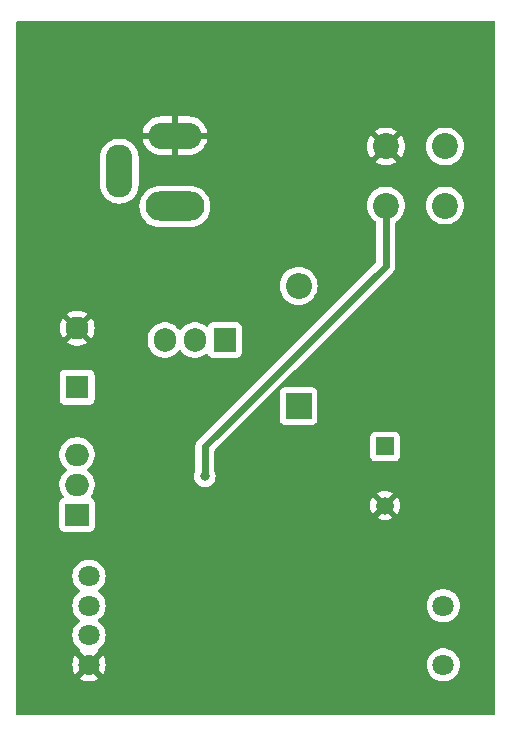
<source format=gbr>
%TF.GenerationSoftware,KiCad,Pcbnew,7.0.8*%
%TF.CreationDate,2023-10-06T13:02:41-07:00*%
%TF.ProjectId,Project_1,50726f6a-6563-4745-9f31-2e6b69636164,rev?*%
%TF.SameCoordinates,Original*%
%TF.FileFunction,Copper,L2,Bot*%
%TF.FilePolarity,Positive*%
%FSLAX46Y46*%
G04 Gerber Fmt 4.6, Leading zero omitted, Abs format (unit mm)*
G04 Created by KiCad (PCBNEW 7.0.8) date 2023-10-06 13:02:41*
%MOMM*%
%LPD*%
G01*
G04 APERTURE LIST*
%TA.AperFunction,ComponentPad*%
%ADD10R,2.200000X2.200000*%
%TD*%
%TA.AperFunction,ComponentPad*%
%ADD11O,2.200000X2.200000*%
%TD*%
%TA.AperFunction,ComponentPad*%
%ADD12O,5.000000X2.500000*%
%TD*%
%TA.AperFunction,ComponentPad*%
%ADD13O,4.500000X2.250000*%
%TD*%
%TA.AperFunction,ComponentPad*%
%ADD14O,2.250000X4.500000*%
%TD*%
%TA.AperFunction,ComponentPad*%
%ADD15C,1.800000*%
%TD*%
%TA.AperFunction,ComponentPad*%
%ADD16R,1.905000X2.000000*%
%TD*%
%TA.AperFunction,ComponentPad*%
%ADD17O,1.905000X2.000000*%
%TD*%
%TA.AperFunction,ComponentPad*%
%ADD18C,2.200000*%
%TD*%
%TA.AperFunction,ComponentPad*%
%ADD19R,1.950000X1.950000*%
%TD*%
%TA.AperFunction,ComponentPad*%
%ADD20C,1.950000*%
%TD*%
%TA.AperFunction,ComponentPad*%
%ADD21C,1.500000*%
%TD*%
%TA.AperFunction,ComponentPad*%
%ADD22R,1.500000X1.500000*%
%TD*%
%TA.AperFunction,ComponentPad*%
%ADD23R,2.000000X1.905000*%
%TD*%
%TA.AperFunction,ComponentPad*%
%ADD24O,2.000000X1.905000*%
%TD*%
%TA.AperFunction,ViaPad*%
%ADD25C,0.800000*%
%TD*%
%TA.AperFunction,Conductor*%
%ADD26C,0.600000*%
%TD*%
G04 APERTURE END LIST*
D10*
%TO.P,D1,1,K*%
%TO.N,/V_out*%
X91750000Y-93080000D03*
D11*
%TO.P,D1,2,A*%
%TO.N,Net-(D1-A)*%
X91750000Y-82920000D03*
%TD*%
D12*
%TO.P,J1,1*%
%TO.N,Net-(U1-VI)*%
X81280000Y-76200000D03*
D13*
%TO.P,J1,2*%
%TO.N,GND*%
X81280000Y-70200000D03*
D14*
%TO.P,J1,3*%
%TO.N,unconnected-(J1-Pad3)*%
X76580000Y-73200000D03*
%TD*%
D15*
%TO.P,RV2,1,CCW*%
%TO.N,Net-(RV2-CCW)*%
X74000000Y-110000000D03*
%TO.P,RV2,2,WIPER*%
%TO.N,/V_out*%
X74000000Y-107500000D03*
%TO.P,RV2,3,CW*%
%TO.N,unconnected-(RV2-CW-Pad3)*%
X104000000Y-110000000D03*
%TO.P,RV2,B,B*%
%TO.N,unconnected-(RV2-PadB)*%
X104000000Y-115000000D03*
%TO.P,RV2,E,E*%
%TO.N,GND*%
X74000000Y-115000000D03*
%TO.P,RV2,L,L*%
%TO.N,Net-(R4-Pad2)*%
X74000000Y-112500000D03*
%TD*%
D16*
%TO.P,U1,1,ADJ*%
%TO.N,Net-(D1-A)*%
X85500000Y-87500000D03*
D17*
%TO.P,U1,2,VO*%
%TO.N,/V_out*%
X82960000Y-87500000D03*
%TO.P,U1,3,VI*%
%TO.N,Net-(U1-VI)*%
X80420000Y-87500000D03*
%TD*%
D18*
%TO.P,SW1,1,COM_1*%
%TO.N,Net-(SW1-COM_1)*%
X99140000Y-76120000D03*
%TO.P,SW1,2,COM_2*%
%TO.N,unconnected-(SW1-COM_2-Pad2)*%
X104140000Y-76120000D03*
%TO.P,SW1,3,NO_1*%
%TO.N,GND*%
X99140000Y-71120000D03*
%TO.P,SW1,4,NO_2*%
%TO.N,unconnected-(SW1-NO_2-Pad4)*%
X104140000Y-71120000D03*
%TD*%
D19*
%TO.P,TB1,1,Pin_1*%
%TO.N,Net-(Q1-S)*%
X73000000Y-91500000D03*
D20*
%TO.P,TB1,2,Pin_2*%
%TO.N,GND*%
X73000000Y-86500000D03*
%TD*%
D21*
%TO.P,C3,N*%
%TO.N,GND*%
X99060000Y-101520000D03*
D22*
%TO.P,C3,P*%
%TO.N,Net-(RV2-CCW)*%
X99060000Y-96520000D03*
%TD*%
D23*
%TO.P,Q1,1,G*%
%TO.N,Net-(Q1-G)*%
X73000000Y-102290000D03*
D24*
%TO.P,Q1,2,D*%
%TO.N,/V_out*%
X73000000Y-99750000D03*
%TO.P,Q1,3,S*%
%TO.N,Net-(Q1-S)*%
X73000000Y-97210000D03*
%TD*%
D25*
%TO.N,GND*%
X88500000Y-78400000D03*
X76700000Y-81300000D03*
X79300000Y-99700000D03*
%TO.N,Net-(SW1-COM_1)*%
X83820000Y-99060000D03*
%TD*%
D26*
%TO.N,Net-(SW1-COM_1)*%
X99140000Y-76120000D02*
X99140000Y-81200000D01*
X83820000Y-96520000D02*
X83820000Y-99060000D01*
X99140000Y-81200000D02*
X83820000Y-96520000D01*
%TD*%
%TA.AperFunction,Conductor*%
%TO.N,GND*%
G36*
X108342539Y-60520185D02*
G01*
X108388294Y-60572989D01*
X108399500Y-60624500D01*
X108399500Y-119125500D01*
X108379815Y-119192539D01*
X108327011Y-119238294D01*
X108275500Y-119249500D01*
X67924500Y-119249500D01*
X67857461Y-119229815D01*
X67811706Y-119177011D01*
X67800500Y-119125500D01*
X67800500Y-112500006D01*
X72594700Y-112500006D01*
X72613864Y-112731297D01*
X72613866Y-112731308D01*
X72670842Y-112956300D01*
X72764075Y-113168848D01*
X72891016Y-113363147D01*
X72891019Y-113363151D01*
X72891021Y-113363153D01*
X73048216Y-113533913D01*
X73200529Y-113652462D01*
X73241341Y-113709172D01*
X73245016Y-113778945D01*
X73210385Y-113839628D01*
X73201204Y-113847582D01*
X73201200Y-113847647D01*
X73752466Y-114398913D01*
X73684371Y-114425874D01*
X73551508Y-114522405D01*
X73446825Y-114648945D01*
X73398368Y-114751921D01*
X72848812Y-114202365D01*
X72764516Y-114331391D01*
X72764514Y-114331395D01*
X72671317Y-114543864D01*
X72614361Y-114768781D01*
X72595202Y-114999994D01*
X72595202Y-115000005D01*
X72614361Y-115231218D01*
X72671317Y-115456135D01*
X72764516Y-115668609D01*
X72848811Y-115797633D01*
X73397452Y-115248993D01*
X73407188Y-115278956D01*
X73495186Y-115417619D01*
X73614903Y-115530040D01*
X73749510Y-115604041D01*
X73201199Y-116152351D01*
X73231650Y-116176050D01*
X73435697Y-116286476D01*
X73435706Y-116286479D01*
X73655139Y-116361811D01*
X73883993Y-116400000D01*
X74116007Y-116400000D01*
X74344860Y-116361811D01*
X74564293Y-116286479D01*
X74564302Y-116286476D01*
X74768350Y-116176050D01*
X74798798Y-116152351D01*
X74247533Y-115601086D01*
X74315629Y-115574126D01*
X74448492Y-115477595D01*
X74553175Y-115351055D01*
X74601631Y-115248079D01*
X75151186Y-115797634D01*
X75235484Y-115668606D01*
X75328682Y-115456135D01*
X75385638Y-115231218D01*
X75404798Y-115000006D01*
X102594700Y-115000006D01*
X102613864Y-115231297D01*
X102613866Y-115231308D01*
X102670842Y-115456300D01*
X102764075Y-115668848D01*
X102891016Y-115863147D01*
X102891019Y-115863151D01*
X102891021Y-115863153D01*
X103048216Y-116033913D01*
X103048219Y-116033915D01*
X103048222Y-116033918D01*
X103231365Y-116176464D01*
X103231371Y-116176468D01*
X103231374Y-116176470D01*
X103398860Y-116267109D01*
X103434652Y-116286479D01*
X103435497Y-116286936D01*
X103549487Y-116326068D01*
X103655015Y-116362297D01*
X103655017Y-116362297D01*
X103655019Y-116362298D01*
X103883951Y-116400500D01*
X103883952Y-116400500D01*
X104116048Y-116400500D01*
X104116049Y-116400500D01*
X104344981Y-116362298D01*
X104564503Y-116286936D01*
X104768626Y-116176470D01*
X104951784Y-116033913D01*
X105108979Y-115863153D01*
X105235924Y-115668849D01*
X105329157Y-115456300D01*
X105386134Y-115231305D01*
X105386135Y-115231297D01*
X105405300Y-115000006D01*
X105405300Y-114999993D01*
X105386135Y-114768702D01*
X105386133Y-114768691D01*
X105329157Y-114543699D01*
X105235924Y-114331151D01*
X105108983Y-114136852D01*
X105108980Y-114136849D01*
X105108979Y-114136847D01*
X104951784Y-113966087D01*
X104951779Y-113966083D01*
X104951777Y-113966081D01*
X104768634Y-113823535D01*
X104768628Y-113823531D01*
X104564504Y-113713064D01*
X104564495Y-113713061D01*
X104344984Y-113637702D01*
X104173282Y-113609050D01*
X104116049Y-113599500D01*
X103883951Y-113599500D01*
X103838164Y-113607140D01*
X103655015Y-113637702D01*
X103435504Y-113713061D01*
X103435495Y-113713064D01*
X103231371Y-113823531D01*
X103231365Y-113823535D01*
X103048222Y-113966081D01*
X103048219Y-113966084D01*
X102891016Y-114136852D01*
X102764075Y-114331151D01*
X102670842Y-114543699D01*
X102613866Y-114768691D01*
X102613864Y-114768702D01*
X102594700Y-114999993D01*
X102594700Y-115000006D01*
X75404798Y-115000006D01*
X75404798Y-115000005D01*
X75404798Y-114999994D01*
X75385638Y-114768781D01*
X75328682Y-114543864D01*
X75235483Y-114331390D01*
X75151186Y-114202364D01*
X74602546Y-114751004D01*
X74592812Y-114721044D01*
X74504814Y-114582381D01*
X74385097Y-114469960D01*
X74250489Y-114395958D01*
X74798799Y-113847648D01*
X74798770Y-113847195D01*
X74758658Y-113791460D01*
X74754983Y-113721687D01*
X74789614Y-113661004D01*
X74799465Y-113652466D01*
X74951784Y-113533913D01*
X75108979Y-113363153D01*
X75235924Y-113168849D01*
X75329157Y-112956300D01*
X75386134Y-112731305D01*
X75405300Y-112500000D01*
X75405300Y-112499993D01*
X75386135Y-112268702D01*
X75386133Y-112268691D01*
X75329157Y-112043699D01*
X75235924Y-111831151D01*
X75108983Y-111636852D01*
X75108980Y-111636849D01*
X75108979Y-111636847D01*
X74951784Y-111466087D01*
X74799876Y-111347852D01*
X74759064Y-111291143D01*
X74755389Y-111221370D01*
X74790020Y-111160687D01*
X74799876Y-111152147D01*
X74951784Y-111033913D01*
X75108979Y-110863153D01*
X75235924Y-110668849D01*
X75329157Y-110456300D01*
X75386134Y-110231305D01*
X75405300Y-110000006D01*
X102594700Y-110000006D01*
X102613864Y-110231297D01*
X102613866Y-110231308D01*
X102670842Y-110456300D01*
X102764075Y-110668848D01*
X102891016Y-110863147D01*
X102891019Y-110863151D01*
X102891021Y-110863153D01*
X103048216Y-111033913D01*
X103048219Y-111033915D01*
X103048222Y-111033918D01*
X103231365Y-111176464D01*
X103231371Y-111176468D01*
X103231374Y-111176470D01*
X103435497Y-111286936D01*
X103542092Y-111323530D01*
X103655015Y-111362297D01*
X103655017Y-111362297D01*
X103655019Y-111362298D01*
X103883951Y-111400500D01*
X103883952Y-111400500D01*
X104116048Y-111400500D01*
X104116049Y-111400500D01*
X104344981Y-111362298D01*
X104564503Y-111286936D01*
X104768626Y-111176470D01*
X104951784Y-111033913D01*
X105108979Y-110863153D01*
X105235924Y-110668849D01*
X105329157Y-110456300D01*
X105386134Y-110231305D01*
X105405300Y-110000000D01*
X105405300Y-109999993D01*
X105386135Y-109768702D01*
X105386133Y-109768691D01*
X105329157Y-109543699D01*
X105235924Y-109331151D01*
X105108983Y-109136852D01*
X105108980Y-109136849D01*
X105108979Y-109136847D01*
X104951784Y-108966087D01*
X104951779Y-108966083D01*
X104951777Y-108966081D01*
X104768634Y-108823535D01*
X104768628Y-108823531D01*
X104564504Y-108713064D01*
X104564495Y-108713061D01*
X104344984Y-108637702D01*
X104173282Y-108609050D01*
X104116049Y-108599500D01*
X103883951Y-108599500D01*
X103838164Y-108607140D01*
X103655015Y-108637702D01*
X103435504Y-108713061D01*
X103435495Y-108713064D01*
X103231371Y-108823531D01*
X103231365Y-108823535D01*
X103048222Y-108966081D01*
X103048219Y-108966084D01*
X102891016Y-109136852D01*
X102764075Y-109331151D01*
X102670842Y-109543699D01*
X102613866Y-109768691D01*
X102613864Y-109768702D01*
X102594700Y-109999993D01*
X102594700Y-110000006D01*
X75405300Y-110000006D01*
X75405300Y-110000000D01*
X75405300Y-109999993D01*
X75386135Y-109768702D01*
X75386133Y-109768691D01*
X75329157Y-109543699D01*
X75235924Y-109331151D01*
X75108983Y-109136852D01*
X75108980Y-109136849D01*
X75108979Y-109136847D01*
X74951784Y-108966087D01*
X74799876Y-108847852D01*
X74759064Y-108791143D01*
X74755389Y-108721370D01*
X74790020Y-108660687D01*
X74799876Y-108652147D01*
X74951784Y-108533913D01*
X75108979Y-108363153D01*
X75235924Y-108168849D01*
X75329157Y-107956300D01*
X75386134Y-107731305D01*
X75405300Y-107500000D01*
X75405300Y-107499993D01*
X75386135Y-107268702D01*
X75386133Y-107268691D01*
X75329157Y-107043699D01*
X75235924Y-106831151D01*
X75108983Y-106636852D01*
X75108980Y-106636849D01*
X75108979Y-106636847D01*
X74951784Y-106466087D01*
X74951779Y-106466083D01*
X74951777Y-106466081D01*
X74768634Y-106323535D01*
X74768628Y-106323531D01*
X74564504Y-106213064D01*
X74564495Y-106213061D01*
X74344984Y-106137702D01*
X74173282Y-106109050D01*
X74116049Y-106099500D01*
X73883951Y-106099500D01*
X73838164Y-106107140D01*
X73655015Y-106137702D01*
X73435504Y-106213061D01*
X73435495Y-106213064D01*
X73231371Y-106323531D01*
X73231365Y-106323535D01*
X73048222Y-106466081D01*
X73048219Y-106466084D01*
X72891016Y-106636852D01*
X72764075Y-106831151D01*
X72670842Y-107043699D01*
X72613866Y-107268691D01*
X72613864Y-107268702D01*
X72594700Y-107499993D01*
X72594700Y-107500006D01*
X72613864Y-107731297D01*
X72613866Y-107731308D01*
X72670842Y-107956300D01*
X72764075Y-108168848D01*
X72891016Y-108363147D01*
X72891019Y-108363151D01*
X72891021Y-108363153D01*
X73048216Y-108533913D01*
X73048219Y-108533915D01*
X73048222Y-108533918D01*
X73200122Y-108652147D01*
X73240935Y-108708857D01*
X73244610Y-108778630D01*
X73209978Y-108839313D01*
X73200122Y-108847853D01*
X73048222Y-108966081D01*
X73048219Y-108966084D01*
X72891016Y-109136852D01*
X72764075Y-109331151D01*
X72670842Y-109543699D01*
X72613866Y-109768691D01*
X72613864Y-109768702D01*
X72594700Y-109999993D01*
X72594700Y-110000006D01*
X72613864Y-110231297D01*
X72613866Y-110231308D01*
X72670842Y-110456300D01*
X72764075Y-110668848D01*
X72891016Y-110863147D01*
X72891019Y-110863151D01*
X72891021Y-110863153D01*
X73048216Y-111033913D01*
X73048219Y-111033915D01*
X73048222Y-111033918D01*
X73200122Y-111152147D01*
X73240935Y-111208857D01*
X73244610Y-111278630D01*
X73209978Y-111339313D01*
X73200122Y-111347853D01*
X73048222Y-111466081D01*
X73048219Y-111466084D01*
X72891016Y-111636852D01*
X72764075Y-111831151D01*
X72670842Y-112043699D01*
X72613866Y-112268691D01*
X72613864Y-112268702D01*
X72594700Y-112499993D01*
X72594700Y-112500006D01*
X67800500Y-112500006D01*
X67800500Y-103290370D01*
X71499500Y-103290370D01*
X71499501Y-103290376D01*
X71505908Y-103349983D01*
X71556202Y-103484828D01*
X71556206Y-103484835D01*
X71642452Y-103600044D01*
X71642455Y-103600047D01*
X71757664Y-103686293D01*
X71757671Y-103686297D01*
X71892517Y-103736591D01*
X71892516Y-103736591D01*
X71899444Y-103737335D01*
X71952127Y-103743000D01*
X74047872Y-103742999D01*
X74107483Y-103736591D01*
X74242331Y-103686296D01*
X74357546Y-103600046D01*
X74443796Y-103484831D01*
X74494091Y-103349983D01*
X74500500Y-103290373D01*
X74500500Y-102563124D01*
X98370426Y-102563124D01*
X98432611Y-102606666D01*
X98432613Y-102606667D01*
X98630840Y-102699101D01*
X98630849Y-102699105D01*
X98842105Y-102755710D01*
X98842115Y-102755712D01*
X99059999Y-102774775D01*
X99060001Y-102774775D01*
X99277884Y-102755712D01*
X99277894Y-102755710D01*
X99489150Y-102699105D01*
X99489159Y-102699101D01*
X99687387Y-102606666D01*
X99749572Y-102563124D01*
X99060001Y-101873553D01*
X99060000Y-101873553D01*
X98370426Y-102563124D01*
X74500500Y-102563124D01*
X74500499Y-101520000D01*
X97805225Y-101520000D01*
X97824287Y-101737884D01*
X97824289Y-101737894D01*
X97880894Y-101949150D01*
X97880898Y-101949159D01*
X97973335Y-102147391D01*
X98016873Y-102209571D01*
X98016875Y-102209572D01*
X98649141Y-101577306D01*
X98735000Y-101577306D01*
X98774199Y-101685007D01*
X98847871Y-101772805D01*
X98947129Y-101830112D01*
X99031564Y-101845000D01*
X99088436Y-101845000D01*
X99172871Y-101830112D01*
X99272129Y-101772805D01*
X99345801Y-101685007D01*
X99385000Y-101577306D01*
X99385000Y-101520000D01*
X99413553Y-101520000D01*
X100103124Y-102209572D01*
X100146666Y-102147387D01*
X100239101Y-101949159D01*
X100239105Y-101949150D01*
X100295710Y-101737894D01*
X100295712Y-101737884D01*
X100314775Y-101520000D01*
X100314775Y-101519999D01*
X100295712Y-101302115D01*
X100295710Y-101302105D01*
X100239105Y-101090849D01*
X100239101Y-101090840D01*
X100146668Y-100892615D01*
X100103123Y-100830428D01*
X99413553Y-101519999D01*
X99413553Y-101520000D01*
X99385000Y-101520000D01*
X99385000Y-101462694D01*
X99345801Y-101354993D01*
X99272129Y-101267195D01*
X99172871Y-101209888D01*
X99088436Y-101195000D01*
X99031564Y-101195000D01*
X98947129Y-101209888D01*
X98847871Y-101267195D01*
X98774199Y-101354993D01*
X98735000Y-101462694D01*
X98735000Y-101577306D01*
X98649141Y-101577306D01*
X98706447Y-101520000D01*
X98706447Y-101519999D01*
X98016875Y-100830427D01*
X98016875Y-100830428D01*
X97973333Y-100892612D01*
X97973332Y-100892614D01*
X97880898Y-101090840D01*
X97880894Y-101090849D01*
X97824289Y-101302105D01*
X97824287Y-101302115D01*
X97805225Y-101519999D01*
X97805225Y-101520000D01*
X74500499Y-101520000D01*
X74500499Y-101289628D01*
X74494091Y-101230017D01*
X74486583Y-101209888D01*
X74443797Y-101095171D01*
X74443793Y-101095164D01*
X74357547Y-100979955D01*
X74357544Y-100979952D01*
X74242335Y-100893706D01*
X74242328Y-100893702D01*
X74211687Y-100882274D01*
X74155753Y-100840403D01*
X74131336Y-100774938D01*
X74146188Y-100706665D01*
X74157161Y-100689937D01*
X74268072Y-100547439D01*
X74306259Y-100476875D01*
X98370427Y-100476875D01*
X99060000Y-101166447D01*
X99060001Y-101166447D01*
X99749572Y-100476875D01*
X99749571Y-100476873D01*
X99687391Y-100433335D01*
X99489159Y-100340898D01*
X99489150Y-100340894D01*
X99277894Y-100284289D01*
X99277884Y-100284287D01*
X99060001Y-100265225D01*
X99059999Y-100265225D01*
X98842115Y-100284287D01*
X98842105Y-100284289D01*
X98630849Y-100340894D01*
X98630840Y-100340898D01*
X98432614Y-100433332D01*
X98432612Y-100433333D01*
X98370428Y-100476875D01*
X98370427Y-100476875D01*
X74306259Y-100476875D01*
X74382679Y-100335664D01*
X74460866Y-100107913D01*
X74500500Y-99870399D01*
X74500500Y-99629601D01*
X74460866Y-99392087D01*
X74382679Y-99164336D01*
X74326215Y-99060000D01*
X82914540Y-99060000D01*
X82934326Y-99248256D01*
X82934327Y-99248259D01*
X82992818Y-99428277D01*
X82992821Y-99428284D01*
X83087467Y-99592216D01*
X83121129Y-99629601D01*
X83214129Y-99732888D01*
X83367265Y-99844148D01*
X83367270Y-99844151D01*
X83540192Y-99921142D01*
X83540197Y-99921144D01*
X83725354Y-99960500D01*
X83725355Y-99960500D01*
X83914644Y-99960500D01*
X83914646Y-99960500D01*
X84099803Y-99921144D01*
X84272730Y-99844151D01*
X84425871Y-99732888D01*
X84552533Y-99592216D01*
X84647179Y-99428284D01*
X84705674Y-99248256D01*
X84725460Y-99060000D01*
X84705674Y-98871744D01*
X84647179Y-98691716D01*
X84647178Y-98691715D01*
X84647178Y-98691713D01*
X84637112Y-98674277D01*
X84620500Y-98612279D01*
X84620500Y-97317870D01*
X97809500Y-97317870D01*
X97809501Y-97317876D01*
X97815908Y-97377483D01*
X97866202Y-97512328D01*
X97866206Y-97512335D01*
X97952452Y-97627544D01*
X97952455Y-97627547D01*
X98067664Y-97713793D01*
X98067671Y-97713797D01*
X98202517Y-97764091D01*
X98202516Y-97764091D01*
X98209444Y-97764835D01*
X98262127Y-97770500D01*
X99857872Y-97770499D01*
X99917483Y-97764091D01*
X100052331Y-97713796D01*
X100167546Y-97627546D01*
X100253796Y-97512331D01*
X100304091Y-97377483D01*
X100310500Y-97317873D01*
X100310499Y-95722128D01*
X100304091Y-95662517D01*
X100253796Y-95527669D01*
X100253795Y-95527668D01*
X100253793Y-95527664D01*
X100167547Y-95412455D01*
X100167544Y-95412452D01*
X100052335Y-95326206D01*
X100052328Y-95326202D01*
X99917482Y-95275908D01*
X99917483Y-95275908D01*
X99857883Y-95269501D01*
X99857881Y-95269500D01*
X99857873Y-95269500D01*
X99857864Y-95269500D01*
X98262129Y-95269500D01*
X98262123Y-95269501D01*
X98202516Y-95275908D01*
X98067671Y-95326202D01*
X98067664Y-95326206D01*
X97952455Y-95412452D01*
X97952452Y-95412455D01*
X97866206Y-95527664D01*
X97866202Y-95527671D01*
X97815908Y-95662517D01*
X97809501Y-95722116D01*
X97809501Y-95722123D01*
X97809500Y-95722135D01*
X97809500Y-97317870D01*
X84620500Y-97317870D01*
X84620500Y-96902940D01*
X84640185Y-96835901D01*
X84656819Y-96815259D01*
X87244208Y-94227870D01*
X90149500Y-94227870D01*
X90149501Y-94227876D01*
X90155908Y-94287483D01*
X90206202Y-94422328D01*
X90206206Y-94422335D01*
X90292452Y-94537544D01*
X90292455Y-94537547D01*
X90407664Y-94623793D01*
X90407671Y-94623797D01*
X90542517Y-94674091D01*
X90542516Y-94674091D01*
X90549444Y-94674835D01*
X90602127Y-94680500D01*
X92897872Y-94680499D01*
X92957483Y-94674091D01*
X93092331Y-94623796D01*
X93207546Y-94537546D01*
X93293796Y-94422331D01*
X93344091Y-94287483D01*
X93350500Y-94227873D01*
X93350499Y-91932128D01*
X93344091Y-91872517D01*
X93293796Y-91737669D01*
X93293795Y-91737668D01*
X93293793Y-91737664D01*
X93207547Y-91622455D01*
X93207544Y-91622452D01*
X93092335Y-91536206D01*
X93092328Y-91536202D01*
X92957482Y-91485908D01*
X92957483Y-91485908D01*
X92897883Y-91479501D01*
X92897881Y-91479500D01*
X92897873Y-91479500D01*
X92897864Y-91479500D01*
X90602129Y-91479500D01*
X90602123Y-91479501D01*
X90542516Y-91485908D01*
X90407671Y-91536202D01*
X90407664Y-91536206D01*
X90292455Y-91622452D01*
X90292452Y-91622455D01*
X90206206Y-91737664D01*
X90206202Y-91737671D01*
X90155908Y-91872517D01*
X90149501Y-91932116D01*
X90149501Y-91932123D01*
X90149500Y-91932135D01*
X90149500Y-94227870D01*
X87244208Y-94227870D01*
X91447578Y-90024500D01*
X99737826Y-81734252D01*
X99769816Y-81702262D01*
X99792043Y-81666886D01*
X99796051Y-81661239D01*
X99822092Y-81628586D01*
X99840213Y-81590955D01*
X99843570Y-81584881D01*
X99865789Y-81549522D01*
X99879581Y-81510107D01*
X99882244Y-81503679D01*
X99889056Y-81489533D01*
X99900360Y-81466061D01*
X99909658Y-81425321D01*
X99911571Y-81418680D01*
X99925368Y-81379255D01*
X99930043Y-81337760D01*
X99931208Y-81330905D01*
X99932726Y-81324249D01*
X99940500Y-81290194D01*
X99940500Y-81109806D01*
X99940500Y-77576007D01*
X99960185Y-77508968D01*
X99999709Y-77470280D01*
X100083659Y-77418836D01*
X100275224Y-77255224D01*
X100438836Y-77063659D01*
X100570466Y-76848859D01*
X100666873Y-76616111D01*
X100725683Y-76371148D01*
X100745449Y-76120000D01*
X102534551Y-76120000D01*
X102554317Y-76371151D01*
X102613126Y-76616110D01*
X102709533Y-76848859D01*
X102841160Y-77063653D01*
X102841161Y-77063656D01*
X102896604Y-77128571D01*
X103004776Y-77255224D01*
X103050738Y-77294479D01*
X103196343Y-77418838D01*
X103196346Y-77418839D01*
X103411140Y-77550466D01*
X103643889Y-77646873D01*
X103888852Y-77705683D01*
X104140000Y-77725449D01*
X104391148Y-77705683D01*
X104636111Y-77646873D01*
X104868859Y-77550466D01*
X105083659Y-77418836D01*
X105275224Y-77255224D01*
X105438836Y-77063659D01*
X105570466Y-76848859D01*
X105666873Y-76616111D01*
X105725683Y-76371148D01*
X105745449Y-76120000D01*
X105725683Y-75868852D01*
X105666873Y-75623889D01*
X105570466Y-75391140D01*
X105438839Y-75176346D01*
X105438838Y-75176343D01*
X105343948Y-75065242D01*
X105275224Y-74984776D01*
X105092670Y-74828860D01*
X105083656Y-74821161D01*
X105083653Y-74821160D01*
X104868859Y-74689533D01*
X104636110Y-74593126D01*
X104391151Y-74534317D01*
X104140000Y-74514551D01*
X103888848Y-74534317D01*
X103643889Y-74593126D01*
X103411140Y-74689533D01*
X103196346Y-74821160D01*
X103196343Y-74821161D01*
X103004776Y-74984776D01*
X102841161Y-75176343D01*
X102841160Y-75176346D01*
X102709533Y-75391140D01*
X102613126Y-75623889D01*
X102554317Y-75868848D01*
X102534551Y-76120000D01*
X100745449Y-76120000D01*
X100725683Y-75868852D01*
X100666873Y-75623889D01*
X100570466Y-75391140D01*
X100438839Y-75176346D01*
X100438838Y-75176343D01*
X100343948Y-75065242D01*
X100275224Y-74984776D01*
X100092670Y-74828860D01*
X100083656Y-74821161D01*
X100083653Y-74821160D01*
X99868859Y-74689533D01*
X99636110Y-74593126D01*
X99391151Y-74534317D01*
X99140000Y-74514551D01*
X98888848Y-74534317D01*
X98643889Y-74593126D01*
X98411140Y-74689533D01*
X98196346Y-74821160D01*
X98196343Y-74821161D01*
X98004776Y-74984776D01*
X97841161Y-75176343D01*
X97841160Y-75176346D01*
X97709533Y-75391140D01*
X97613126Y-75623889D01*
X97554317Y-75868848D01*
X97534551Y-76120000D01*
X97554317Y-76371151D01*
X97613126Y-76616110D01*
X97709533Y-76848859D01*
X97841160Y-77063653D01*
X97841161Y-77063656D01*
X97896604Y-77128571D01*
X98004776Y-77255224D01*
X98196341Y-77418836D01*
X98280289Y-77470279D01*
X98327165Y-77522091D01*
X98339500Y-77576007D01*
X98339500Y-80817060D01*
X98319815Y-80884099D01*
X98303181Y-80904741D01*
X83190186Y-96017735D01*
X83190183Y-96017739D01*
X83167966Y-96053096D01*
X83163941Y-96058769D01*
X83137910Y-96091410D01*
X83119791Y-96129033D01*
X83116427Y-96135120D01*
X83094212Y-96170476D01*
X83094208Y-96170483D01*
X83080416Y-96209895D01*
X83077755Y-96216320D01*
X83059639Y-96253939D01*
X83050344Y-96294659D01*
X83048419Y-96301341D01*
X83034632Y-96340744D01*
X83029955Y-96382235D01*
X83028791Y-96389089D01*
X83019500Y-96429806D01*
X83019500Y-98612279D01*
X83002888Y-98674277D01*
X82992821Y-98691713D01*
X82934327Y-98871740D01*
X82934326Y-98871744D01*
X82914540Y-99060000D01*
X74326215Y-99060000D01*
X74268072Y-98952561D01*
X74120171Y-98762537D01*
X73943010Y-98599449D01*
X73919070Y-98583808D01*
X73873714Y-98530664D01*
X73864290Y-98461433D01*
X73893791Y-98398096D01*
X73919070Y-98376191D01*
X73943010Y-98360551D01*
X74120171Y-98197463D01*
X74268072Y-98007439D01*
X74382679Y-97795664D01*
X74460866Y-97567913D01*
X74500500Y-97330399D01*
X74500500Y-97089601D01*
X74460866Y-96852087D01*
X74460691Y-96851578D01*
X74382681Y-96624343D01*
X74382678Y-96624334D01*
X74301887Y-96475046D01*
X74268072Y-96412561D01*
X74120171Y-96222537D01*
X73943010Y-96059449D01*
X73741422Y-95927745D01*
X73741419Y-95927743D01*
X73741418Y-95927743D01*
X73520905Y-95831017D01*
X73287472Y-95771904D01*
X73143329Y-95759960D01*
X73107600Y-95757000D01*
X72892400Y-95757000D01*
X72859898Y-95759693D01*
X72712527Y-95771904D01*
X72479094Y-95831017D01*
X72258581Y-95927743D01*
X72056990Y-96059449D01*
X71889997Y-96213177D01*
X71879829Y-96222537D01*
X71855388Y-96253939D01*
X71731929Y-96412558D01*
X71617321Y-96624334D01*
X71617318Y-96624343D01*
X71539134Y-96852083D01*
X71499500Y-97089602D01*
X71499500Y-97330397D01*
X71539134Y-97567916D01*
X71617318Y-97795656D01*
X71617321Y-97795665D01*
X71731929Y-98007441D01*
X71775451Y-98063358D01*
X71879829Y-98197463D01*
X72056990Y-98360551D01*
X72080931Y-98376193D01*
X72126287Y-98429339D01*
X72135710Y-98498570D01*
X72106207Y-98561906D01*
X72080933Y-98583806D01*
X72056990Y-98599449D01*
X71879829Y-98762537D01*
X71836305Y-98818456D01*
X71731929Y-98952558D01*
X71617321Y-99164334D01*
X71617318Y-99164343D01*
X71539134Y-99392083D01*
X71507426Y-99582098D01*
X71499500Y-99629601D01*
X71499500Y-99870399D01*
X71507968Y-99921144D01*
X71539134Y-100107916D01*
X71617318Y-100335656D01*
X71617321Y-100335665D01*
X71731929Y-100547441D01*
X71731933Y-100547447D01*
X71842832Y-100689930D01*
X71868475Y-100754924D01*
X71854908Y-100823464D01*
X71806440Y-100873788D01*
X71788313Y-100882273D01*
X71757675Y-100893700D01*
X71757664Y-100893706D01*
X71642455Y-100979952D01*
X71642452Y-100979955D01*
X71556206Y-101095164D01*
X71556202Y-101095171D01*
X71505908Y-101230017D01*
X71499501Y-101289616D01*
X71499501Y-101289623D01*
X71499500Y-101289635D01*
X71499500Y-103290370D01*
X67800500Y-103290370D01*
X67800500Y-92522870D01*
X71524500Y-92522870D01*
X71524501Y-92522876D01*
X71530908Y-92582483D01*
X71581202Y-92717328D01*
X71581206Y-92717335D01*
X71667452Y-92832544D01*
X71667455Y-92832547D01*
X71782664Y-92918793D01*
X71782671Y-92918797D01*
X71917517Y-92969091D01*
X71917516Y-92969091D01*
X71924444Y-92969835D01*
X71977127Y-92975500D01*
X74022872Y-92975499D01*
X74082483Y-92969091D01*
X74217331Y-92918796D01*
X74332546Y-92832546D01*
X74418796Y-92717331D01*
X74469091Y-92582483D01*
X74475500Y-92522873D01*
X74475499Y-90477128D01*
X74469091Y-90417517D01*
X74418796Y-90282669D01*
X74418795Y-90282668D01*
X74418793Y-90282664D01*
X74332547Y-90167455D01*
X74332544Y-90167452D01*
X74217335Y-90081206D01*
X74217328Y-90081202D01*
X74082482Y-90030908D01*
X74082483Y-90030908D01*
X74022883Y-90024501D01*
X74022881Y-90024500D01*
X74022873Y-90024500D01*
X74022864Y-90024500D01*
X71977129Y-90024500D01*
X71977123Y-90024501D01*
X71917516Y-90030908D01*
X71782671Y-90081202D01*
X71782664Y-90081206D01*
X71667455Y-90167452D01*
X71667452Y-90167455D01*
X71581206Y-90282664D01*
X71581202Y-90282671D01*
X71530908Y-90417517D01*
X71524501Y-90477116D01*
X71524501Y-90477123D01*
X71524500Y-90477135D01*
X71524500Y-92522870D01*
X67800500Y-92522870D01*
X67800500Y-86500005D01*
X71519945Y-86500005D01*
X71540130Y-86743605D01*
X71600138Y-86980573D01*
X71698328Y-87204424D01*
X71794626Y-87351820D01*
X72397452Y-86748993D01*
X72407188Y-86778956D01*
X72495186Y-86917619D01*
X72614903Y-87030040D01*
X72749510Y-87104041D01*
X72147757Y-87705793D01*
X72147758Y-87705794D01*
X72190485Y-87739050D01*
X72190485Y-87739051D01*
X72405468Y-87855394D01*
X72405476Y-87855397D01*
X72636664Y-87934765D01*
X72877779Y-87975000D01*
X73122221Y-87975000D01*
X73363335Y-87934765D01*
X73594523Y-87855397D01*
X73594531Y-87855394D01*
X73809515Y-87739050D01*
X73809516Y-87739048D01*
X73852240Y-87705794D01*
X73852241Y-87705793D01*
X73754046Y-87607598D01*
X78967000Y-87607598D01*
X78981904Y-87787472D01*
X78981904Y-87787475D01*
X78981905Y-87787476D01*
X79041017Y-88020905D01*
X79137745Y-88241422D01*
X79269449Y-88443010D01*
X79432537Y-88620171D01*
X79622561Y-88768072D01*
X79834336Y-88882679D01*
X79952598Y-88923278D01*
X80062083Y-88960865D01*
X80062085Y-88960865D01*
X80062087Y-88960866D01*
X80299601Y-89000500D01*
X80299602Y-89000500D01*
X80540398Y-89000500D01*
X80540399Y-89000500D01*
X80777913Y-88960866D01*
X81005664Y-88882679D01*
X81217439Y-88768072D01*
X81407463Y-88620171D01*
X81570551Y-88443010D01*
X81586190Y-88419071D01*
X81639336Y-88373714D01*
X81708567Y-88364290D01*
X81771904Y-88393791D01*
X81793808Y-88419070D01*
X81809449Y-88443010D01*
X81972537Y-88620171D01*
X82162561Y-88768072D01*
X82374336Y-88882679D01*
X82492598Y-88923278D01*
X82602083Y-88960865D01*
X82602085Y-88960865D01*
X82602087Y-88960866D01*
X82839601Y-89000500D01*
X82839602Y-89000500D01*
X83080398Y-89000500D01*
X83080399Y-89000500D01*
X83317913Y-88960866D01*
X83545664Y-88882679D01*
X83757439Y-88768072D01*
X83899931Y-88657165D01*
X83964923Y-88631524D01*
X84033463Y-88645090D01*
X84083788Y-88693558D01*
X84092274Y-88711687D01*
X84103702Y-88742328D01*
X84103706Y-88742335D01*
X84189952Y-88857544D01*
X84189955Y-88857547D01*
X84305164Y-88943793D01*
X84305171Y-88943797D01*
X84440017Y-88994091D01*
X84440016Y-88994091D01*
X84446944Y-88994835D01*
X84499627Y-89000500D01*
X86500372Y-89000499D01*
X86559983Y-88994091D01*
X86694831Y-88943796D01*
X86810046Y-88857546D01*
X86896296Y-88742331D01*
X86946591Y-88607483D01*
X86953000Y-88547873D01*
X86952999Y-86452128D01*
X86946591Y-86392517D01*
X86941858Y-86379828D01*
X86896297Y-86257671D01*
X86896293Y-86257664D01*
X86810047Y-86142455D01*
X86810044Y-86142452D01*
X86694835Y-86056206D01*
X86694828Y-86056202D01*
X86559982Y-86005908D01*
X86559983Y-86005908D01*
X86500383Y-85999501D01*
X86500381Y-85999500D01*
X86500373Y-85999500D01*
X86500364Y-85999500D01*
X84499629Y-85999500D01*
X84499623Y-85999501D01*
X84440016Y-86005908D01*
X84305171Y-86056202D01*
X84305164Y-86056206D01*
X84189955Y-86142452D01*
X84189952Y-86142455D01*
X84103706Y-86257664D01*
X84103700Y-86257675D01*
X84092273Y-86288313D01*
X84050402Y-86344247D01*
X83984937Y-86368663D01*
X83916664Y-86353811D01*
X83899930Y-86342832D01*
X83757447Y-86231933D01*
X83757441Y-86231929D01*
X83545665Y-86117321D01*
X83545656Y-86117318D01*
X83317916Y-86039134D01*
X83118800Y-86005908D01*
X83080399Y-85999500D01*
X82839601Y-85999500D01*
X82801200Y-86005908D01*
X82602083Y-86039134D01*
X82374343Y-86117318D01*
X82374334Y-86117321D01*
X82162558Y-86231929D01*
X82078258Y-86297543D01*
X81972537Y-86379829D01*
X81809449Y-86556990D01*
X81793808Y-86580931D01*
X81740661Y-86626287D01*
X81671430Y-86635710D01*
X81608094Y-86606207D01*
X81586192Y-86580931D01*
X81570551Y-86556990D01*
X81407463Y-86379829D01*
X81248873Y-86256394D01*
X81217441Y-86231929D01*
X81005665Y-86117321D01*
X81005656Y-86117318D01*
X80777916Y-86039134D01*
X80578800Y-86005908D01*
X80540399Y-85999500D01*
X80299601Y-85999500D01*
X80261200Y-86005908D01*
X80062083Y-86039134D01*
X79834343Y-86117318D01*
X79834334Y-86117321D01*
X79622558Y-86231929D01*
X79538258Y-86297543D01*
X79432537Y-86379829D01*
X79432534Y-86379831D01*
X79432534Y-86379832D01*
X79269449Y-86556990D01*
X79137743Y-86758581D01*
X79041017Y-86979094D01*
X78981904Y-87212527D01*
X78967000Y-87392402D01*
X78967000Y-87607598D01*
X73754046Y-87607598D01*
X73247534Y-87101086D01*
X73315629Y-87074126D01*
X73448492Y-86977595D01*
X73553175Y-86851055D01*
X73601631Y-86748079D01*
X74205372Y-87351820D01*
X74301669Y-87204429D01*
X74399861Y-86980573D01*
X74459869Y-86743605D01*
X74480055Y-86500005D01*
X74480055Y-86499994D01*
X74459869Y-86256394D01*
X74399861Y-86019426D01*
X74301671Y-85795575D01*
X74205372Y-85648178D01*
X73602546Y-86251004D01*
X73592812Y-86221044D01*
X73504814Y-86082381D01*
X73385097Y-85969960D01*
X73250489Y-85895958D01*
X73852240Y-85294205D01*
X73852240Y-85294204D01*
X73809514Y-85260949D01*
X73809514Y-85260948D01*
X73594531Y-85144605D01*
X73594523Y-85144602D01*
X73363335Y-85065234D01*
X73122221Y-85025000D01*
X72877779Y-85025000D01*
X72636664Y-85065234D01*
X72405476Y-85144602D01*
X72405468Y-85144605D01*
X72190484Y-85260949D01*
X72190478Y-85260953D01*
X72147758Y-85294203D01*
X72147758Y-85294205D01*
X72752466Y-85898913D01*
X72684371Y-85925874D01*
X72551508Y-86022405D01*
X72446825Y-86148945D01*
X72398368Y-86251921D01*
X71794625Y-85648178D01*
X71698329Y-85795572D01*
X71600138Y-86019426D01*
X71540130Y-86256394D01*
X71519945Y-86499994D01*
X71519945Y-86500005D01*
X67800500Y-86500005D01*
X67800500Y-82920000D01*
X90144551Y-82920000D01*
X90164317Y-83171151D01*
X90223126Y-83416110D01*
X90319533Y-83648859D01*
X90451160Y-83863653D01*
X90451161Y-83863656D01*
X90451164Y-83863659D01*
X90614776Y-84055224D01*
X90763066Y-84181875D01*
X90806343Y-84218838D01*
X90806346Y-84218839D01*
X91021140Y-84350466D01*
X91253889Y-84446873D01*
X91498852Y-84505683D01*
X91750000Y-84525449D01*
X92001148Y-84505683D01*
X92246111Y-84446873D01*
X92478859Y-84350466D01*
X92693659Y-84218836D01*
X92885224Y-84055224D01*
X93048836Y-83863659D01*
X93180466Y-83648859D01*
X93276873Y-83416111D01*
X93335683Y-83171148D01*
X93355449Y-82920000D01*
X93335683Y-82668852D01*
X93276873Y-82423889D01*
X93180466Y-82191141D01*
X93180466Y-82191140D01*
X93048839Y-81976346D01*
X93048838Y-81976343D01*
X93011875Y-81933066D01*
X92885224Y-81784776D01*
X92740574Y-81661233D01*
X92693656Y-81621161D01*
X92693653Y-81621160D01*
X92478859Y-81489533D01*
X92246110Y-81393126D01*
X92001151Y-81334317D01*
X91750000Y-81314551D01*
X91498848Y-81334317D01*
X91253889Y-81393126D01*
X91021140Y-81489533D01*
X90806346Y-81621160D01*
X90806343Y-81621161D01*
X90614776Y-81784776D01*
X90451161Y-81976343D01*
X90451160Y-81976346D01*
X90319533Y-82191140D01*
X90223126Y-82423889D01*
X90164317Y-82668848D01*
X90144551Y-82920000D01*
X67800500Y-82920000D01*
X67800500Y-76331187D01*
X78279500Y-76331187D01*
X78285524Y-76371151D01*
X78318604Y-76590615D01*
X78318605Y-76590617D01*
X78318606Y-76590623D01*
X78395938Y-76841326D01*
X78509767Y-77077696D01*
X78509768Y-77077697D01*
X78509770Y-77077700D01*
X78509772Y-77077704D01*
X78630803Y-77255223D01*
X78657567Y-77294479D01*
X78836014Y-77486801D01*
X78836018Y-77486804D01*
X78836019Y-77486805D01*
X79041143Y-77650386D01*
X79268357Y-77781568D01*
X79512584Y-77877420D01*
X79768370Y-77935802D01*
X79768376Y-77935802D01*
X79768379Y-77935803D01*
X79964500Y-77950500D01*
X79964506Y-77950500D01*
X82595500Y-77950500D01*
X82791620Y-77935803D01*
X82791622Y-77935802D01*
X82791630Y-77935802D01*
X83047416Y-77877420D01*
X83291643Y-77781568D01*
X83518857Y-77650386D01*
X83723981Y-77486805D01*
X83902433Y-77294479D01*
X84050228Y-77077704D01*
X84164063Y-76841323D01*
X84241396Y-76590615D01*
X84280500Y-76331182D01*
X84280500Y-76068818D01*
X84241396Y-75809385D01*
X84164063Y-75558677D01*
X84125190Y-75477956D01*
X84050232Y-75322303D01*
X84050231Y-75322302D01*
X84050230Y-75322301D01*
X84050228Y-75322296D01*
X83902433Y-75105521D01*
X83865057Y-75065239D01*
X83723985Y-74913198D01*
X83618228Y-74828860D01*
X83518857Y-74749614D01*
X83291643Y-74618432D01*
X83047416Y-74522580D01*
X83047411Y-74522578D01*
X83047402Y-74522576D01*
X82829818Y-74472914D01*
X82791630Y-74464198D01*
X82791629Y-74464197D01*
X82791625Y-74464197D01*
X82791620Y-74464196D01*
X82595500Y-74449500D01*
X82595494Y-74449500D01*
X79964506Y-74449500D01*
X79964500Y-74449500D01*
X79768379Y-74464196D01*
X79768374Y-74464197D01*
X79512597Y-74522576D01*
X79512578Y-74522582D01*
X79268356Y-74618432D01*
X79041143Y-74749614D01*
X78836014Y-74913198D01*
X78657567Y-75105520D01*
X78509768Y-75322302D01*
X78509767Y-75322303D01*
X78395938Y-75558673D01*
X78318606Y-75809376D01*
X78318605Y-75809381D01*
X78318604Y-75809385D01*
X78308605Y-75875722D01*
X78279500Y-76068812D01*
X78279500Y-76331187D01*
X67800500Y-76331187D01*
X67800500Y-74388865D01*
X74954500Y-74388865D01*
X74969547Y-74580065D01*
X74969547Y-74580068D01*
X74969548Y-74580070D01*
X75027429Y-74821160D01*
X75029279Y-74828864D01*
X75127188Y-75065239D01*
X75127190Y-75065242D01*
X75260875Y-75283396D01*
X75260878Y-75283401D01*
X75294098Y-75322296D01*
X75427044Y-75477956D01*
X75551579Y-75584319D01*
X75621598Y-75644121D01*
X75621603Y-75644124D01*
X75839757Y-75777809D01*
X75839760Y-75777811D01*
X76059554Y-75868852D01*
X76076140Y-75875722D01*
X76324930Y-75935452D01*
X76580000Y-75955526D01*
X76835070Y-75935452D01*
X77083860Y-75875722D01*
X77244019Y-75809382D01*
X77320239Y-75777811D01*
X77320240Y-75777810D01*
X77320243Y-75777809D01*
X77538399Y-75644123D01*
X77732956Y-75477956D01*
X77899123Y-75283399D01*
X78032809Y-75065243D01*
X78130722Y-74828860D01*
X78190452Y-74580070D01*
X78205500Y-74388863D01*
X78205500Y-72011137D01*
X78190452Y-71819930D01*
X78130722Y-71571140D01*
X78122236Y-71550652D01*
X78032811Y-71334760D01*
X78032809Y-71334757D01*
X78015135Y-71305915D01*
X77899123Y-71116601D01*
X77899122Y-71116600D01*
X77899121Y-71116598D01*
X77805555Y-71007047D01*
X77732956Y-70922044D01*
X77550774Y-70766446D01*
X77538401Y-70755878D01*
X77538396Y-70755875D01*
X77320242Y-70622190D01*
X77320239Y-70622188D01*
X77083864Y-70524279D01*
X77083860Y-70524278D01*
X76835070Y-70464548D01*
X76835067Y-70464547D01*
X76835064Y-70464547D01*
X76650218Y-70450000D01*
X78544651Y-70450000D01*
X78545043Y-70454995D01*
X78545044Y-70454997D01*
X78604752Y-70703702D01*
X78702634Y-70940012D01*
X78702636Y-70940015D01*
X78836278Y-71158100D01*
X78836279Y-71158102D01*
X79002398Y-71352601D01*
X79196897Y-71518720D01*
X79196899Y-71518721D01*
X79414984Y-71652363D01*
X79414987Y-71652365D01*
X79651297Y-71750247D01*
X79900011Y-71809957D01*
X79900010Y-71809957D01*
X80091148Y-71825000D01*
X81030000Y-71825000D01*
X81030000Y-70700000D01*
X81530000Y-70700000D01*
X81530000Y-71825000D01*
X82468852Y-71825000D01*
X82659988Y-71809957D01*
X82908702Y-71750247D01*
X83145012Y-71652365D01*
X83145015Y-71652363D01*
X83363100Y-71518721D01*
X83363102Y-71518720D01*
X83557601Y-71352601D01*
X83723720Y-71158102D01*
X83723721Y-71158100D01*
X83747069Y-71120000D01*
X97535052Y-71120000D01*
X97554812Y-71371072D01*
X97613603Y-71615956D01*
X97709980Y-71848631D01*
X97841566Y-72063358D01*
X97841577Y-72063374D01*
X97842264Y-72064178D01*
X97842266Y-72064178D01*
X98614070Y-71292375D01*
X98616884Y-71305915D01*
X98686442Y-71440156D01*
X98789638Y-71550652D01*
X98918819Y-71629209D01*
X98970002Y-71643549D01*
X98195819Y-72417732D01*
X98196636Y-72418430D01*
X98196638Y-72418432D01*
X98411368Y-72550019D01*
X98644043Y-72646396D01*
X98888927Y-72705187D01*
X99140000Y-72724947D01*
X99391072Y-72705187D01*
X99635956Y-72646396D01*
X99868631Y-72550019D01*
X100083360Y-72418432D01*
X100083371Y-72418424D01*
X100084179Y-72417732D01*
X99311568Y-71645121D01*
X99428458Y-71594349D01*
X99545739Y-71498934D01*
X99632928Y-71375415D01*
X99663354Y-71289801D01*
X100437732Y-72064179D01*
X100438424Y-72063371D01*
X100438432Y-72063360D01*
X100570019Y-71848631D01*
X100666396Y-71615956D01*
X100725187Y-71371072D01*
X100744947Y-71120000D01*
X102534551Y-71120000D01*
X102554317Y-71371151D01*
X102613126Y-71616110D01*
X102709533Y-71848859D01*
X102841160Y-72063653D01*
X102841161Y-72063656D01*
X102841164Y-72063659D01*
X103004776Y-72255224D01*
X103153066Y-72381875D01*
X103196343Y-72418838D01*
X103196346Y-72418839D01*
X103411140Y-72550466D01*
X103642737Y-72646396D01*
X103643889Y-72646873D01*
X103888852Y-72705683D01*
X104140000Y-72725449D01*
X104391148Y-72705683D01*
X104636111Y-72646873D01*
X104868859Y-72550466D01*
X105083659Y-72418836D01*
X105275224Y-72255224D01*
X105438836Y-72063659D01*
X105570466Y-71848859D01*
X105666873Y-71616111D01*
X105725683Y-71371148D01*
X105745449Y-71120000D01*
X105725683Y-70868852D01*
X105666873Y-70623889D01*
X105628314Y-70530798D01*
X105570466Y-70391140D01*
X105438839Y-70176346D01*
X105438838Y-70176343D01*
X105397644Y-70128111D01*
X105275224Y-69984776D01*
X105139904Y-69869202D01*
X105083656Y-69821161D01*
X105083653Y-69821160D01*
X104868859Y-69689533D01*
X104636110Y-69593126D01*
X104391151Y-69534317D01*
X104140000Y-69514551D01*
X103888848Y-69534317D01*
X103643889Y-69593126D01*
X103411140Y-69689533D01*
X103196346Y-69821160D01*
X103196343Y-69821161D01*
X103004776Y-69984776D01*
X102841161Y-70176343D01*
X102841160Y-70176346D01*
X102709533Y-70391140D01*
X102613126Y-70623889D01*
X102554317Y-70868848D01*
X102534551Y-71120000D01*
X100744947Y-71120000D01*
X100725187Y-70868927D01*
X100666396Y-70624043D01*
X100570019Y-70391368D01*
X100438432Y-70176638D01*
X100438430Y-70176636D01*
X100437732Y-70175819D01*
X99665929Y-70947622D01*
X99663116Y-70934085D01*
X99593558Y-70799844D01*
X99490362Y-70689348D01*
X99361181Y-70610791D01*
X99309996Y-70596449D01*
X100084178Y-69822266D01*
X100084178Y-69822264D01*
X100083374Y-69821577D01*
X100083358Y-69821566D01*
X99868631Y-69689980D01*
X99635956Y-69593603D01*
X99391072Y-69534812D01*
X99140000Y-69515052D01*
X98888927Y-69534812D01*
X98644043Y-69593603D01*
X98411368Y-69689980D01*
X98196637Y-69821568D01*
X98195820Y-69822266D01*
X98968432Y-70594878D01*
X98851542Y-70645651D01*
X98734261Y-70741066D01*
X98647072Y-70864585D01*
X98616644Y-70950198D01*
X97842266Y-70175820D01*
X97841568Y-70176637D01*
X97709980Y-70391368D01*
X97613603Y-70624043D01*
X97554812Y-70868927D01*
X97535052Y-71120000D01*
X83747069Y-71120000D01*
X83857363Y-70940015D01*
X83857365Y-70940012D01*
X83955247Y-70703702D01*
X84014955Y-70454997D01*
X84014956Y-70454995D01*
X84015349Y-70450000D01*
X82713686Y-70450000D01*
X82739493Y-70409844D01*
X82780000Y-70271889D01*
X82780000Y-70128111D01*
X82739493Y-69990156D01*
X82713686Y-69950000D01*
X84015349Y-69950000D01*
X84014956Y-69945004D01*
X84014955Y-69945002D01*
X83955247Y-69696297D01*
X83857365Y-69459987D01*
X83857363Y-69459984D01*
X83723721Y-69241899D01*
X83723720Y-69241897D01*
X83557601Y-69047398D01*
X83363102Y-68881279D01*
X83363100Y-68881278D01*
X83145015Y-68747636D01*
X83145012Y-68747634D01*
X82908702Y-68649752D01*
X82659988Y-68590042D01*
X82659989Y-68590042D01*
X82468852Y-68575000D01*
X81530000Y-68575000D01*
X81530000Y-69700000D01*
X81030000Y-69700000D01*
X81030000Y-68575000D01*
X80091148Y-68575000D01*
X79900011Y-68590042D01*
X79651297Y-68649752D01*
X79414987Y-68747634D01*
X79414984Y-68747636D01*
X79196899Y-68881278D01*
X79196897Y-68881279D01*
X79002398Y-69047398D01*
X78836279Y-69241897D01*
X78836278Y-69241899D01*
X78702636Y-69459984D01*
X78702634Y-69459987D01*
X78604752Y-69696297D01*
X78545044Y-69945002D01*
X78545043Y-69945004D01*
X78544651Y-69950000D01*
X79846314Y-69950000D01*
X79820507Y-69990156D01*
X79780000Y-70128111D01*
X79780000Y-70271889D01*
X79820507Y-70409844D01*
X79846314Y-70450000D01*
X78544651Y-70450000D01*
X76650218Y-70450000D01*
X76580000Y-70444474D01*
X76324935Y-70464547D01*
X76324931Y-70464547D01*
X76324930Y-70464548D01*
X76200535Y-70494413D01*
X76076135Y-70524279D01*
X75839760Y-70622188D01*
X75839757Y-70622190D01*
X75621603Y-70755875D01*
X75621598Y-70755878D01*
X75427044Y-70922044D01*
X75260878Y-71116598D01*
X75260875Y-71116603D01*
X75127190Y-71334757D01*
X75127188Y-71334760D01*
X75029279Y-71571135D01*
X74969547Y-71819934D01*
X74954500Y-72011135D01*
X74954500Y-74388865D01*
X67800500Y-74388865D01*
X67800500Y-60624500D01*
X67820185Y-60557461D01*
X67872989Y-60511706D01*
X67924500Y-60500500D01*
X108275500Y-60500500D01*
X108342539Y-60520185D01*
G37*
%TD.AperFunction*%
%TD*%
M02*

</source>
